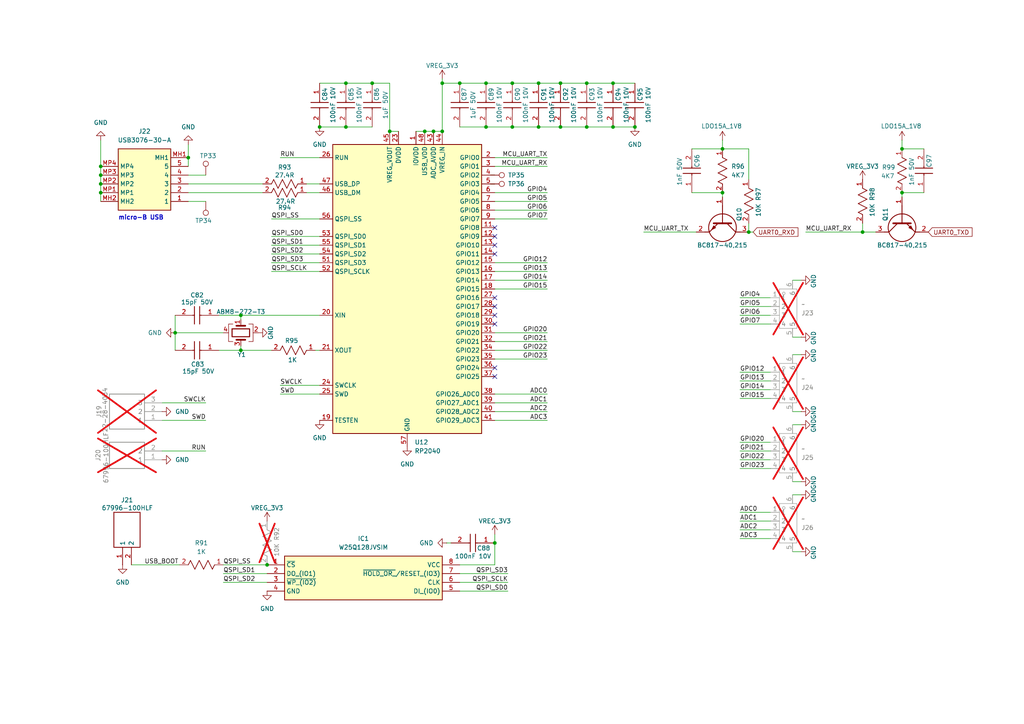
<source format=kicad_sch>
(kicad_sch (version 20250114) (generator "eeschema") (generator_version "9.0")
  (paper "A4")
  (title_block (title "MCU") (date "2025-10-10") (rev "v1.0") (company "Author: Mehmet Cihangir") (comment 1 "CamTracker"))
  (lib_symbols
    (symbol "000MCLib:1.25-4P LT"
      (property "Reference" "J" (at 0 0 0))
      (symbol "1.25-4P LT_1_0"
        (pin passive line (at -3.81 3.81 0) (length 2.54) (name "1") (number "1"))
        (pin passive line (at -3.81 1.27 0) (length 2.54) (name "2") (number "2"))
        (pin passive line (at -3.81 -1.27 0) (length 2.54) (name "3") (number "3"))
        (pin passive line (at -3.81 -3.81 0) (length 2.54) (name "4") (number "4"))
        (pin passive line (at 2.54 8.89 270) (length 2.54) (name "6") (number "6"))
        (pin passive line (at 2.54 -7.62 90) (length 2.54) (name "5") (number "5"))
      )
    )
    (symbol "000MCLib:22-28-4034"
      (property "Reference" "J" (at -0.762 9.652 0))
      (property "Value" "22-28-4034" (at -6.35 7.112 0))
      (symbol "22-28-4034_1_1"
        (pin passive line (at -10.16 2.54 0) (length 5.08) (name "1") (number "1"))
        (pin passive line (at -10.16 0 0) (length 5.08) (name "2") (number "2"))
        (pin passive line (at -10.16 -2.54 0) (length 5.08) (name "3") (number "3"))
      )
    )
    (symbol "000MCLib:67996-100HLF"
      (property "Reference" "J" (at -5.334 5.588 0))
      (property "Value" "67996-100HLF" (at -5.334 -4.572 0))
      (symbol "67996-100HLF_1_1"
        (pin passive line (at -10.16 1.27 0) (length 5.08) (name "1") (number "1"))
        (pin passive line (at -10.16 -1.27 0) (length 5.08) (name "2") (number "2"))
      )
    )
    (symbol "000MCLib:ABM8-272-T3" (pin_names (hide yes))
      (property "Reference" "Y" (at 1.524 8.636 0))
      (property "Value" "ABM8-272-T3" (at 1.524 6.096 0))
      (symbol "ABM8-272-T3_1_1"
        (pin passive line (at -3.81 0 0) (length 1.27) (name "1") (number "1"))
        (pin passive line (at 0 5.08 270) (length 1.27) (name "2") (number "2"))
        (pin passive line (at 0 -5.08 90) (length 1.27) (name "4") (number "4"))
        (pin passive line (at 3.81 0 180) (length 1.27) (name "3") (number "3"))
      )
    )
    (symbol "000MCLib:BC817-40,215" (pin_names (hide yes))
      (property "Reference" "Q" (at -0.508 5.842 0))
      (property "Value" "BC817-40,215" (at 3.048 -4.318 0))
      (symbol "BC817-40,215_1_1"
        (pin passive line (at -7.62 0 0) (length 2.54) (name "B") (number "1"))
        (pin passive line (at 2.54 7.62 270) (length 2.54) (name "C") (number "3"))
        (pin passive line (at 2.54 -7.62 90) (length 2.54) (name "E") (number "2"))
      )
    )
    (symbol "000MCLib:GRM1555C1H102JA01D" (pin_names (hide yes))
      (property "Reference" "C" (at -0.762 5.334 0))
      (property "Value" "1nF 50V" (at -5.08 -3.302 0))
      (symbol "GRM1555C1H102JA01D_1_1"
        (pin passive line (at -6.35 0 0) (length 5.08) (name "1") (number "1"))
        (pin passive line (at 6.35 0 180) (length 5.08) (name "2") (number "2"))
      )
    )
    (symbol "000MCLib:GRM1555C1H150JA01D" (pin_names (hide yes))
      (property "Reference" "C" (at -0.762 5.334 0))
      (property "Value" "15pF 50V" (at -5.08 -3.302 0))
      (symbol "GRM1555C1H150JA01D_1_1"
        (pin passive line (at -6.35 0 0) (length 5.08) (name "1") (number "1"))
        (pin passive line (at 6.35 0 180) (length 5.08) (name "2") (number "2"))
      )
    )
    (symbol "000MCLib:GRM155R61H105KE05D" (pin_names (hide yes))
      (property "Reference" "C" (at -0.762 4.572 0))
      (property "Value" "1uF 50V" (at -4.064 -2.794 0))
      (symbol "GRM155R61H105KE05D_1_1"
        (pin passive line (at -6.35 0 0) (length 5.08) (name "1") (number "1"))
        (pin passive line (at 6.35 0 180) (length 5.08) (name "2") (number "2"))
      )
    )
    (symbol "000MCLib:GRM155R71A104KA01D" (pin_names (hide yes))
      (property "Reference" "C" (at -1.016 4.318 0))
      (property "Value" "100nF 10V" (at -4.826 -3.048 0))
      (symbol "GRM155R71A104KA01D_1_1"
        (pin passive line (at -6.35 0 0) (length 5.08) (name "1") (number "1"))
        (pin passive line (at 6.35 0 180) (length 5.08) (name "2") (number "2"))
      )
    )
    (symbol "000MCLib:RC0402FR-0727R4P" (pin_names (offset 0.254))
      (property "Reference" "R" (at 0 3.302 0))
      (property "Value" "27.4R" (at 0 -3.81 0))
      (symbol "RC0402FR-0727R4P_1_1"
        (pin passive line (at -6.35 0 0) (length 2.54) (name "") (number "2"))
        (pin passive line (at 6.35 0 180) (length 2.54) (name "") (number "1"))
      )
      (symbol "RC0402FR-0727R4P_1_2"
        (pin unspecified line (at 0 12.7 270) (length 2.54) (name "") (number "1"))
        (pin unspecified line (at 0 0 90) (length 2.54) (name "") (number "2"))
      )
    )
    (symbol "000MCLib:RC0402JR-0710KL" (pin_names (offset 0.254))
      (property "Reference" "R" (at 0 3.302 0))
      (property "Value" "10K" (at 0 -3.81 0))
      (symbol "RC0402JR-0710KL_1_1"
        (pin passive line (at -6.35 0 0) (length 2.54) (name "") (number "2"))
        (pin passive line (at 6.35 0 180) (length 2.54) (name "") (number "1"))
      )
      (symbol "RC0402JR-0710KL_1_2"
        (pin unspecified line (at 0 12.7 270) (length 2.54) (name "") (number "1"))
        (pin unspecified line (at 0 0 90) (length 2.54) (name "") (number "2"))
      )
    )
    (symbol "000MCLib:RC0402JR-071KL" (pin_names (offset 0.254))
      (property "Reference" "R" (at 0 3.302 0))
      (property "Value" "1K" (at 0 -3.81 0))
      (symbol "RC0402JR-071KL_1_1"
        (pin passive line (at -6.35 0 0) (length 2.54) (name "") (number "2"))
        (pin passive line (at 6.35 0 180) (length 2.54) (name "") (number "1"))
      )
      (symbol "RC0402JR-071KL_1_2"
        (pin unspecified line (at 0 12.7 270) (length 2.54) (name "") (number "1"))
        (pin unspecified line (at 0 0 90) (length 2.54) (name "") (number "2"))
      )
    )
    (symbol "000MCLib:RC0402JR-074K7L" (pin_names (offset 0.254))
      (property "Reference" "R" (at 0 3.302 0))
      (property "Value" "4K7" (at 0 -3.81 0))
      (symbol "RC0402JR-074K7L_1_1"
        (pin passive line (at -6.35 0 0) (length 2.54) (name "") (number "2"))
        (pin passive line (at 6.35 0 180) (length 2.54) (name "") (number "1"))
      )
      (symbol "RC0402JR-074K7L_1_2"
        (pin unspecified line (at 0 12.7 270) (length 2.54) (name "") (number "1"))
        (pin unspecified line (at 0 0 90) (length 2.54) (name "") (number "2"))
      )
    )
    (symbol "000MCLib:RP2040"
      (property "Reference" "U" (at 17.78 45.72 0))
      (property "Value" "RP2040" (at 17.78 43.18 0))
      (symbol "RP2040_1_1"
        (pin input line (at -25.4 38.1 0) (length 3.81) (name "RUN") (number "26"))
        (pin bidirectional line (at -25.4 30.48 0) (length 3.81) (name "USB_DP") (number "47"))
        (pin bidirectional line (at -25.4 27.94 0) (length 3.81) (name "USB_DM") (number "46"))
        (pin bidirectional line (at -25.4 20.32 0) (length 3.81) (name "QSPI_SS") (number "56"))
        (pin bidirectional line (at -25.4 15.24 0) (length 3.81) (name "QSPI_SD0") (number "53"))
        (pin bidirectional line (at -25.4 12.7 0) (length 3.81) (name "QSPI_SD1") (number "55"))
        (pin bidirectional line (at -25.4 10.16 0) (length 3.81) (name "QSPI_SD2") (number "54"))
        (pin bidirectional line (at -25.4 7.62 0) (length 3.81) (name "QSPI_SD3") (number "51"))
        (pin output line (at -25.4 5.08 0) (length 3.81) (name "QSPI_SCLK") (number "52"))
        (pin input line (at -25.4 -7.62 0) (length 3.81) (name "XIN") (number "20"))
        (pin passive line (at -25.4 -17.78 0) (length 3.81) (name "XOUT") (number "21"))
        (pin input line (at -25.4 -27.94 0) (length 3.81) (name "SWCLK") (number "24"))
        (pin bidirectional line (at -25.4 -30.48 0) (length 3.81) (name "SWD") (number "25"))
        (pin input line (at -25.4 -38.1 0) (length 3.81) (name "TESTEN") (number "19"))
        (pin power_out line (at -5.08 45.72 270) (length 3.81) (name "VREG_VOUT") (number "45"))
        (pin power_in line (at -2.54 45.72 270) (length 3.81) (name "DVDD") (number "23"))
        (pin passive line (at -2.54 45.72 270) (length 3.81) (hide yes) (name "DVDD") (number "50"))
        (pin power_in line (at 0 -45.72 90) (length 3.81) (name "GND") (number "57"))
        (pin power_in line (at 2.54 45.72 270) (length 3.81) (name "IOVDD") (number "1"))
        (pin passive line (at 2.54 45.72 270) (length 3.81) (hide yes) (name "IOVDD") (number "10"))
        (pin passive line (at 2.54 45.72 270) (length 3.81) (hide yes) (name "IOVDD") (number "22"))
        (pin passive line (at 2.54 45.72 270) (length 3.81) (hide yes) (name "IOVDD") (number "33"))
        (pin passive line (at 2.54 45.72 270) (length 3.81) (hide yes) (name "IOVDD") (number "42"))
        (pin passive line (at 2.54 45.72 270) (length 3.81) (hide yes) (name "IOVDD") (number "49"))
        (pin power_in line (at 5.08 45.72 270) (length 3.81) (name "USB_VDD") (number "48"))
        (pin power_in line (at 7.62 45.72 270) (length 3.81) (name "ADC_AVDD") (number "43"))
        (pin power_in line (at 10.16 45.72 270) (length 3.81) (name "VREG_IN") (number "44"))
        (pin bidirectional line (at 25.4 38.1 180) (length 3.81) (name "GPIO0") (number "2"))
        (pin bidirectional line (at 25.4 35.56 180) (length 3.81) (name "GPIO1") (number "3"))
        (pin bidirectional line (at 25.4 33.02 180) (length 3.81) (name "GPIO2") (number "4"))
        (pin bidirectional line (at 25.4 30.48 180) (length 3.81) (name "GPIO3") (number "5"))
        (pin bidirectional line (at 25.4 27.94 180) (length 3.81) (name "GPIO4") (number "6"))
        (pin bidirectional line (at 25.4 25.4 180) (length 3.81) (name "GPIO5") (number "7"))
        (pin bidirectional line (at 25.4 22.86 180) (length 3.81) (name "GPIO6") (number "8"))
        (pin bidirectional line (at 25.4 20.32 180) (length 3.81) (name "GPIO7") (number "9"))
        (pin bidirectional line (at 25.4 17.78 180) (length 3.81) (name "GPIO8") (number "11"))
        (pin bidirectional line (at 25.4 15.24 180) (length 3.81) (name "GPIO9") (number "12"))
        (pin bidirectional line (at 25.4 12.7 180) (length 3.81) (name "GPIO10") (number "13"))
        (pin bidirectional line (at 25.4 10.16 180) (length 3.81) (name "GPIO11") (number "14"))
        (pin bidirectional line (at 25.4 7.62 180) (length 3.81) (name "GPIO12") (number "15"))
        (pin bidirectional line (at 25.4 5.08 180) (length 3.81) (name "GPIO13") (number "16"))
        (pin bidirectional line (at 25.4 2.54 180) (length 3.81) (name "GPIO14") (number "17"))
        (pin bidirectional line (at 25.4 0 180) (length 3.81) (name "GPIO15") (number "18"))
        (pin bidirectional line (at 25.4 -2.54 180) (length 3.81) (name "GPIO16") (number "27"))
        (pin bidirectional line (at 25.4 -5.08 180) (length 3.81) (name "GPIO17") (number "28"))
        (pin bidirectional line (at 25.4 -7.62 180) (length 3.81) (name "GPIO18") (number "29"))
        (pin bidirectional line (at 25.4 -10.16 180) (length 3.81) (name "GPIO19") (number "30"))
        (pin bidirectional line (at 25.4 -12.7 180) (length 3.81) (name "GPIO20") (number "31"))
        (pin bidirectional line (at 25.4 -15.24 180) (length 3.81) (name "GPIO21") (number "32"))
        (pin bidirectional line (at 25.4 -17.78 180) (length 3.81) (name "GPIO22") (number "34"))
        (pin bidirectional line (at 25.4 -20.32 180) (length 3.81) (name "GPIO23") (number "35"))
        (pin bidirectional line (at 25.4 -22.86 180) (length 3.81) (name "GPIO24") (number "36"))
        (pin bidirectional line (at 25.4 -25.4 180) (length 3.81) (name "GPIO25") (number "37"))
        (pin bidirectional line (at 25.4 -30.48 180) (length 3.81) (name "GPIO26_ADC0") (number "38"))
        (pin bidirectional line (at 25.4 -33.02 180) (length 3.81) (name "GPIO27_ADC1") (number "39"))
        (pin bidirectional line (at 25.4 -35.56 180) (length 3.81) (name "GPIO28_ADC2") (number "40"))
        (pin bidirectional line (at 25.4 -38.1 180) (length 3.81) (name "GPIO29_ADC3") (number "41"))
      )
    )
    (symbol "000MCLib:TestPoint" (pin_numbers (hide yes)) (pin_names (offset 0.762) (hide yes))
      (property "Reference" "TP" (at 0 6.858 0))
      (property "Value" "TestPoint" (at 0 5.08 0))
      (symbol "TestPoint_1_1"
        (pin passive line (at 0 0 90) (length 2.54) (name "1") (number "1"))
      )
    )
    (symbol "000MCLib:USB3076-30-A"
      (property "Reference" "J" (at 21.59 7.62 0))
      (property "Value" "USB3076-30-A" (at 21.59 5.08 0))
      (symbol "USB3076-30-A_1_1"
        (pin passive line (at 0 0 0) (length 5.08) (name "1") (number "1"))
        (pin passive line (at 0 -2.54 0) (length 5.08) (name "2") (number "2"))
        (pin passive line (at 0 -5.08 0) (length 5.08) (name "3") (number "3"))
        (pin passive line (at 0 -7.62 0) (length 5.08) (name "4") (number "4"))
        (pin passive line (at 0 -10.16 0) (length 5.08) (name "5") (number "5"))
        (pin passive line (at 0 -12.7 0) (length 5.08) (name "MH1") (number "MH1"))
        (pin passive line (at 25.4 0 180) (length 5.08) (name "MH2") (number "MH2"))
        (pin passive line (at 25.4 -2.54 180) (length 5.08) (name "MP1") (number "MP1"))
        (pin passive line (at 25.4 -5.08 180) (length 5.08) (name "MP2") (number "MP2"))
        (pin passive line (at 25.4 -7.62 180) (length 5.08) (name "MP3") (number "MP3"))
        (pin passive line (at 25.4 -10.16 180) (length 5.08) (name "MP4") (number "MP4"))
      )
    )
    (symbol "000MCLib:W25Q128JVSIM"
      (property "Reference" "IC" (at 52.07 7.62 0))
      (property "Value" "W25Q128JVSIM" (at 52.07 5.08 0))
      (symbol "W25Q128JVSIM_1_1"
        (pin passive line (at 0 0 0) (length 5.08) (name "~{CS}") (number "1"))
        (pin passive line (at 0 -2.54 0) (length 5.08) (name "DO_(IO1)") (number "2"))
        (pin passive line (at 0 -5.08 0) (length 5.08) (name "~{WP_(IO2)}") (number "3"))
        (pin passive line (at 0 -7.62 0) (length 5.08) (name "GND") (number "4"))
        (pin passive line (at 55.88 0 180) (length 5.08) (name "VCC") (number "8"))
        (pin passive line (at 55.88 -2.54 180) (length 5.08) (name "~{HOLD_OR_}/RESET_(IO3)") (number "7"))
        (pin passive line (at 55.88 -5.08 180) (length 5.08) (name "CLK") (number "6"))
        (pin passive line (at 55.88 -7.62 180) (length 5.08) (name "DI_(IO0)") (number "5"))
      )
    )
    (symbol "power:GND" (power) (pin_numbers (hide yes)) (pin_names (offset 0) (hide yes))
      (property "Value" "GND" (at 0 -3.81 0))
      (symbol "GND_1_1"
        (pin power_in line (at 0 0 270) (length 0) (name "~") (number "1"))
      )
    )
    (symbol "power:VDD" (power) (pin_numbers (hide yes)) (pin_names (offset 0) (hide yes))
      (property "Value" "VDD" (at 0 3.556 0))
      (symbol "VDD_1_1"
        (pin power_in line (at 0 0 90) (length 0) (name "~") (number "1"))
      )
    )
  )
  (text "micro-B USB" (at 40.894 63.246 0) (effects (font (size 1.27 1.27) (bold yes))))
  (junction (at 209.55 43.18))
  (junction (at 177.8 24.13))
  (junction (at 29.21 53.34))
  (junction (at 209.55 55.88))
  (junction (at 125.73 38.1))
  (junction (at 50.8 96.52))
  (junction (at 29.21 48.26))
  (junction (at 143.51 157.48))
  (junction (at 162.56 24.13))
  (junction (at 29.21 55.88))
  (junction (at 92.71 36.83))
  (junction (at 170.18 24.13))
  (junction (at 162.56 36.83))
  (junction (at 148.59 24.13))
  (junction (at 156.21 36.83))
  (junction (at 217.17 67.31))
  (junction (at 133.35 24.13))
  (junction (at 77.47 163.83))
  (junction (at 29.21 50.8))
  (junction (at 107.95 24.13))
  (junction (at 100.33 36.83))
  (junction (at 100.33 24.13))
  (junction (at 69.85 91.44))
  (junction (at 261.62 43.18))
  (junction (at 123.19 38.1))
  (junction (at 250.19 67.31))
  (junction (at 177.8 36.83))
  (junction (at 184.15 36.83))
  (junction (at 140.97 24.13))
  (junction (at 140.97 36.83))
  (junction (at 261.62 55.88))
  (junction (at 128.27 24.13))
  (junction (at 156.21 24.13))
  (junction (at 69.85 101.6))
  (junction (at 113.03 38.1))
  (junction (at 54.61 45.72))
  (junction (at 170.18 36.83))
  (junction (at 128.27 38.1))
  (junction (at 148.59 36.83))
  (no_connect (at 143.51 93.98))
  (no_connect (at 143.51 71.12))
  (no_connect (at 143.51 106.68))
  (no_connect (at 143.51 86.36))
  (no_connect (at 143.51 91.44))
  (no_connect (at 143.51 68.58))
  (no_connect (at 143.51 66.04))
  (no_connect (at 143.51 109.22))
  (no_connect (at 143.51 73.66))
  (no_connect (at 143.51 88.9))
  (wire (pts (xy 229.87 160.02) (xy 232.41 160.02)))
  (wire (pts (xy 143.51 63.5) (xy 158.75 63.5)))
  (wire (pts (xy 250.19 67.31) (xy 254 67.31)))
  (wire (pts (xy 133.35 166.37) (xy 147.32 166.37)))
  (wire (pts (xy 78.74 68.58) (xy 92.71 68.58)))
  (wire (pts (xy 250.19 64.77) (xy 250.19 67.31)))
  (wire (pts (xy 229.87 81.28) (xy 232.41 81.28)))
  (wire (pts (xy 200.66 43.18) (xy 209.55 43.18)))
  (wire (pts (xy 128.27 24.13) (xy 133.35 24.13)))
  (wire (pts (xy 54.61 45.72) (xy 54.61 48.26)))
  (wire (pts (xy 156.21 24.13) (xy 162.56 24.13)))
  (wire (pts (xy 143.51 104.14) (xy 158.75 104.14)))
  (wire (pts (xy 29.21 50.8) (xy 29.21 53.34)))
  (wire (pts (xy 148.59 36.83) (xy 156.21 36.83)))
  (wire (pts (xy 29.21 53.34) (xy 29.21 55.88)))
  (wire (pts (xy 140.97 24.13) (xy 148.59 24.13)))
  (wire (pts (xy 143.51 121.92) (xy 158.75 121.92)))
  (wire (pts (xy 133.35 24.13) (xy 140.97 24.13)))
  (wire (pts (xy 143.51 119.38) (xy 158.75 119.38)))
  (wire (pts (xy 214.63 153.67) (xy 223.52 153.67)))
  (wire (pts (xy 92.71 36.83) (xy 100.33 36.83)))
  (wire (pts (xy 143.51 55.88) (xy 158.75 55.88)))
  (wire (pts (xy 261.62 43.18) (xy 267.97 43.18)))
  (wire (pts (xy 50.8 96.52) (xy 50.8 101.6)))
  (wire (pts (xy 261.62 55.88) (xy 261.62 57.15)))
  (wire (pts (xy 229.87 143.51) (xy 232.41 143.51)))
  (wire (pts (xy 64.77 168.91) (xy 77.47 168.91)))
  (wire (pts (xy 214.63 86.36) (xy 223.52 86.36)))
  (wire (pts (xy 29.21 55.88) (xy 29.21 58.42)))
  (wire (pts (xy 232.41 97.79) (xy 229.87 97.79)))
  (wire (pts (xy 214.63 135.89) (xy 223.52 135.89)))
  (wire (pts (xy 140.97 36.83) (xy 148.59 36.83)))
  (wire (pts (xy 214.63 93.98) (xy 223.52 93.98)))
  (wire (pts (xy 261.62 55.88) (xy 267.97 55.88)))
  (wire (pts (xy 143.51 58.42) (xy 158.75 58.42)))
  (wire (pts (xy 229.87 123.19) (xy 232.41 123.19)))
  (wire (pts (xy 233.68 67.31) (xy 250.19 67.31)))
  (wire (pts (xy 69.85 101.6) (xy 78.74 101.6)))
  (wire (pts (xy 69.85 91.44) (xy 69.85 92.71)))
  (wire (pts (xy 107.95 24.13) (xy 113.03 24.13)))
  (wire (pts (xy 81.28 114.3) (xy 92.71 114.3)))
  (wire (pts (xy 143.51 60.96) (xy 158.75 60.96)))
  (wire (pts (xy 128.27 24.13) (xy 128.27 38.1)))
  (wire (pts (xy 29.21 48.26) (xy 29.21 50.8)))
  (wire (pts (xy 92.71 91.44) (xy 69.85 91.44)))
  (wire (pts (xy 78.74 73.66) (xy 92.71 73.66)))
  (wire (pts (xy 142.24 50.8) (xy 143.51 50.8)))
  (wire (pts (xy 100.33 24.13) (xy 107.95 24.13)))
  (wire (pts (xy 143.51 96.52) (xy 158.75 96.52)))
  (wire (pts (xy 143.51 157.48) (xy 143.51 163.83)))
  (wire (pts (xy 54.61 50.8) (xy 59.69 50.8)))
  (wire (pts (xy 29.21 40.64) (xy 29.21 48.26)))
  (wire (pts (xy 91.44 101.6) (xy 92.71 101.6)))
  (wire (pts (xy 214.63 156.21) (xy 223.52 156.21)))
  (wire (pts (xy 63.5 91.44) (xy 69.85 91.44)))
  (wire (pts (xy 59.69 58.42) (xy 54.61 58.42)))
  (wire (pts (xy 143.51 114.3) (xy 158.75 114.3)))
  (wire (pts (xy 229.87 139.7) (xy 232.41 139.7)))
  (wire (pts (xy 46.99 116.84) (xy 59.69 116.84)))
  (wire (pts (xy 214.63 91.44) (xy 223.52 91.44)))
  (wire (pts (xy 81.28 111.76) (xy 92.71 111.76)))
  (wire (pts (xy 128.27 22.86) (xy 128.27 24.13)))
  (wire (pts (xy 120.65 38.1) (xy 123.19 38.1)))
  (wire (pts (xy 143.51 45.72) (xy 158.75 45.72)))
  (wire (pts (xy 214.63 115.57) (xy 223.52 115.57)))
  (wire (pts (xy 100.33 36.83) (xy 107.95 36.83)))
  (wire (pts (xy 217.17 52.07) (xy 217.17 43.18)))
  (wire (pts (xy 63.5 101.6) (xy 69.85 101.6)))
  (wire (pts (xy 214.63 88.9) (xy 223.52 88.9)))
  (wire (pts (xy 214.63 151.13) (xy 223.52 151.13)))
  (wire (pts (xy 143.51 81.28) (xy 158.75 81.28)))
  (wire (pts (xy 162.56 36.83) (xy 170.18 36.83)))
  (wire (pts (xy 143.51 101.6) (xy 158.75 101.6)))
  (wire (pts (xy 177.8 24.13) (xy 184.15 24.13)))
  (wire (pts (xy 214.63 133.35) (xy 223.52 133.35)))
  (wire (pts (xy 214.63 148.59) (xy 223.52 148.59)))
  (wire (pts (xy 177.8 36.83) (xy 184.15 36.83)))
  (wire (pts (xy 209.55 55.88) (xy 209.55 57.15)))
  (wire (pts (xy 64.77 163.83) (xy 77.47 163.83)))
  (wire (pts (xy 143.51 48.26) (xy 158.75 48.26)))
  (wire (pts (xy 229.87 102.87) (xy 232.41 102.87)))
  (wire (pts (xy 143.51 116.84) (xy 158.75 116.84)))
  (wire (pts (xy 50.8 96.52) (xy 64.77 96.52)))
  (wire (pts (xy 217.17 43.18) (xy 209.55 43.18)))
  (wire (pts (xy 92.71 24.13) (xy 100.33 24.13)))
  (wire (pts (xy 64.77 166.37) (xy 77.47 166.37)))
  (wire (pts (xy 54.61 55.88) (xy 76.2 55.88)))
  (wire (pts (xy 143.51 78.74) (xy 158.75 78.74)))
  (wire (pts (xy 214.63 128.27) (xy 223.52 128.27)))
  (wire (pts (xy 143.51 99.06) (xy 158.75 99.06)))
  (wire (pts (xy 143.51 154.94) (xy 143.51 157.48)))
  (wire (pts (xy 162.56 24.13) (xy 170.18 24.13)))
  (wire (pts (xy 123.19 38.1) (xy 125.73 38.1)))
  (wire (pts (xy 133.35 36.83) (xy 140.97 36.83)))
  (wire (pts (xy 217.17 64.77) (xy 217.17 67.31)))
  (wire (pts (xy 156.21 36.83) (xy 162.56 36.83)))
  (wire (pts (xy 143.51 163.83) (xy 133.35 163.83)))
  (wire (pts (xy 214.63 107.95) (xy 223.52 107.95)))
  (wire (pts (xy 78.74 71.12) (xy 92.71 71.12)))
  (wire (pts (xy 214.63 113.03) (xy 223.52 113.03)))
  (wire (pts (xy 186.69 67.31) (xy 201.93 67.31)))
  (wire (pts (xy 113.03 24.13) (xy 113.03 38.1)))
  (wire (pts (xy 133.35 171.45) (xy 147.32 171.45)))
  (wire (pts (xy 54.61 53.34) (xy 76.2 53.34)))
  (wire (pts (xy 38.1 163.83) (xy 52.07 163.83)))
  (wire (pts (xy 129.54 157.48) (xy 130.81 157.48)))
  (wire (pts (xy 78.74 78.74) (xy 92.71 78.74)))
  (wire (pts (xy 170.18 36.83) (xy 177.8 36.83)))
  (wire (pts (xy 229.87 119.38) (xy 232.41 119.38)))
  (wire (pts (xy 143.51 83.82) (xy 158.75 83.82)))
  (wire (pts (xy 133.35 168.91) (xy 147.32 168.91)))
  (wire (pts (xy 50.8 91.44) (xy 50.8 96.52)))
  (wire (pts (xy 78.74 63.5) (xy 92.71 63.5)))
  (wire (pts (xy 81.28 45.72) (xy 92.71 45.72)))
  (wire (pts (xy 125.73 38.1) (xy 128.27 38.1)))
  (wire (pts (xy 88.9 55.88) (xy 92.71 55.88)))
  (wire (pts (xy 214.63 130.81) (xy 223.52 130.81)))
  (wire (pts (xy 170.18 24.13) (xy 177.8 24.13)))
  (wire (pts (xy 54.61 41.91) (xy 54.61 45.72)))
  (wire (pts (xy 88.9 53.34) (xy 92.71 53.34)))
  (wire (pts (xy 214.63 110.49) (xy 223.52 110.49)))
  (wire (pts (xy 78.74 76.2) (xy 92.71 76.2)))
  (wire (pts (xy 143.51 76.2) (xy 158.75 76.2)))
  (wire (pts (xy 46.99 121.92) (xy 59.69 121.92)))
  (wire (pts (xy 217.17 67.31) (xy 218.44 67.31)))
  (wire (pts (xy 209.55 40.64) (xy 209.55 43.18)))
  (wire (pts (xy 200.66 55.88) (xy 209.55 55.88)))
  (wire (pts (xy 113.03 38.1) (xy 115.57 38.1)))
  (wire (pts (xy 142.24 53.34) (xy 143.51 53.34)))
  (wire (pts (xy 261.62 40.64) (xy 261.62 43.18)))
  (wire (pts (xy 46.99 130.81) (xy 59.69 130.81)))
  (wire (pts (xy 148.59 24.13) (xy 156.21 24.13)))
  (wire (pts (xy 69.85 101.6) (xy 69.85 100.33)))
  (label "GPIO13" (at 214.63 110.49 0))
  (label "GPIO21" (at 214.63 130.81 0))
  (label "GPIO4" (at 214.63 86.36 0))
  (label "ADC1" (at 158.75 116.84 180))
  (label "QSPI_SCLK" (at 78.74 78.74 0))
  (label "MCU_UART_TX" (at 158.75 45.72 180))
  (label "MCU_UART_RX" (at 233.68 67.31 0))
  (label "GPIO14" (at 214.63 113.03 0))
  (label "GPIO22" (at 158.75 101.6 180))
  (label "GPIO23" (at 214.63 135.89 0))
  (label "SWD" (at 59.69 121.92 180))
  (label "GPIO12" (at 214.63 107.95 0))
  (label "GPIO20" (at 214.63 128.27 0))
  (label "GPIO12" (at 158.75 76.2 180))
  (label "QSPI_SD1" (at 78.74 71.12 0))
  (label "SWCLK" (at 59.69 116.84 180))
  (label "GPIO4" (at 158.75 55.88 180))
  (label "GPIO13" (at 158.75 78.74 180))
  (label "QSPI_SS" (at 78.74 63.5 0))
  (label "QSPI_SD0" (at 78.74 68.58 0))
  (label "ADC0" (at 214.63 148.59 0))
  (label "QSPI_SD0" (at 147.32 171.45 180))
  (label "ADC1" (at 214.63 151.13 0))
  (label "GPIO15" (at 214.63 115.57 0))
  (label "ADC3" (at 214.63 156.21 0))
  (label "SWD" (at 81.28 114.3 0))
  (label "GPIO5" (at 214.63 88.9 0))
  (label "ADC2" (at 158.75 119.38 180))
  (label "QSPI_SCLK" (at 147.32 168.91 180))
  (label "SWCLK" (at 81.28 111.76 0))
  (label "GPIO7" (at 214.63 93.98 0))
  (label "GPIO6" (at 158.75 60.96 180))
  (label "ADC2" (at 214.63 153.67 0))
  (label "GPIO23" (at 158.75 104.14 180))
  (label "ADC0" (at 158.75 114.3 180))
  (label "MCU_UART_TX" (at 186.69 67.31 0))
  (label "GPIO5" (at 158.75 58.42 180))
  (label "RUN" (at 59.69 130.81 180))
  (label "GPIO14" (at 158.75 81.28 180))
  (label "GPIO22" (at 214.63 133.35 0))
  (label "QSPI_SD3" (at 147.32 166.37 180))
  (label "QSPI_SS" (at 64.77 163.83 0))
  (label "QSPI_SD2" (at 78.74 73.66 0))
  (label "MCU_UART_RX" (at 158.75 48.26 180))
  (label "QSPI_SD2" (at 64.77 168.91 0))
  (label "QSPI_SD3" (at 78.74 76.2 0))
  (label "GPIO15" (at 158.75 83.82 180))
  (label "QSPI_SD1" (at 64.77 166.37 0))
  (label "GPIO21" (at 158.75 99.06 180))
  (label "RUN" (at 81.28 45.72 0))
  (label "GPIO6" (at 214.63 91.44 0))
  (label "GPIO7" (at 158.75 63.5 180))
  (label "ADC3" (at 158.75 121.92 180))
  (label "GPIO20" (at 158.75 96.52 180))
  (label "USB_BOOT" (at 41.91 163.83 0))
  (global_label "UART0_TXD" (shape input) (at 269.24 67.31 0) (property "Intersheetrefs" "${INTERSHEET_REFS}" (effects (hide yes))))
  (global_label "UART0_RXD" (shape input) (at 218.44 67.31 0) (property "Intersheetrefs" "${INTERSHEET_REFS}" (effects (hide yes))))
  (symbol (lib_id "power:GND") (at 232.41 97.79 90) (unit 1)
    (property "Reference" "#PWR0160" (effects (hide yes)))
    (property "Value" "GND" (at 235.966 98.044 0))
    (property "Description" "Power symbol creates a global label with name \"GND\" , ground" (effects (hide yes)))
  )
  (symbol (lib_id "000MCLib:GRM155R61H105KE05D") (at 133.35 30.48 270) (unit 1)
    (property "Reference" "C87" (at 134.62 25.4 0) (effects (justify left)))
    (property "Value" "1uF 50V" (at 137.922 26.416 0) (effects (justify left top)))
    (property "Footprint" "000MCLib:CAPC1005X55N" (effects (hide yes)))
    (property "Datasheet" "https://search.murata.co.jp/Ceramy/image/img/A01X/G101/ENG/GRM155R61H105KE05-01A.pdf" (effects (hide yes)))
    (property "Description" "Capacitor 1uF, 50V, X5R, 0402" (effects (hide yes)))
    (property "Manufacturer" "Murata Electronics" (effects (hide yes)))
    (property "Part Number" "GRM155R61H105KE05D" (effects (hide yes)))
  )
  (symbol (lib_id "power:GND") (at 46.99 119.38 90) (unit 1)
    (property "Reference" "#PWR0144" (effects (hide yes)))
    (property "Value" "GND" (at 50.8 119.3799 90) (effects (justify right)))
    (property "Description" "Power symbol creates a global label with name \"GND\" , ground" (effects (hide yes)))
  )
  (symbol (lib_id "power:GND") (at 129.54 157.48 270) (unit 1)
    (property "Reference" "#PWR0155" (effects (hide yes)))
    (property "Value" "GND" (at 125.73 157.4799 90) (effects (justify right)))
    (property "Description" "Power symbol creates a global label with name \"GND\" , ground" (effects (hide yes)))
  )
  (symbol (lib_id "000MCLib:67996-100HLF") (at 36.83 132.08 180) (unit 1) (in_bom no) (dnp yes)
    (property "Reference" "J20" (at 28.448 133.858 90) (effects (justify right)))
    (property "Value" "67996-100HLF" (at 30.734 140.208 90) (effects (justify right)))
    (property "Footprint" "000MCLib:HDRV2W67P254_2X1_254X483X858P" (effects (hide yes)))
    (property "Datasheet" "https://cdn.amphenol-cs.com/media/wysiwyg/files/drawing/67996.pdf" (effects (hide yes)))
    (property "Description" "Connector 2P 2.54mm Header" (effects (hide yes)))
    (property "Manufacturer" "Amphenol Communications Solutions" (effects (hide yes)))
    (property "Part Number" "67996-100HLF" (effects (hide yes)))
  )
  (symbol (lib_id "000MCLib:22-28-4034") (at 36.83 119.38 180) (unit 1) (in_bom no) (dnp yes)
    (property "Reference" "J19" (at 28.702 119.38 90))
    (property "Value" "22-28-4034" (at 30.48 118.872 90))
    (property "Footprint" "000MCLib:HDRV3W66P0X254_1X3_762X249X1042P" (effects (hide yes)))
    (property "Description" "Connector 3P 2.54mm Male Header" (effects (hide yes)))
    (property "Manufacturer" "Molex" (effects (hide yes)))
    (property "Part Number" "22-28-4034" (effects (hide yes)))
  )
  (symbol (lib_id "000MCLib:GRM155R71A104KA01D") (at 137.16 157.48 180) (unit 1)
    (property "Reference" "C88" (at 142.24 159.004 0) (effects (justify left)))
    (property "Value" "100nF 10V" (at 142.494 162.052 0) (effects (justify left top)))
    (property "Footprint" "000MCLib:CAPC1005X55N" (effects (hide yes)))
    (property "Datasheet" "http://www.murata.com/~/media/webrenewal/support/library/catalog/products/capacitor/mlcc/c02e.pdf" (effects (hide yes)))
    (property "Description" "Capacitor 100nF, 10V, X7R, 0402" (effects (hide yes)))
    (property "Manufacturer" "Murata Electronics" (effects (hide yes)))
    (property "Part Number" "GRM155R71A104KA01D" (effects (hide yes)))
  )
  (symbol (lib_id "000MCLib:GRM155R71A104KA01D") (at 100.33 30.48 270) (unit 1)
    (property "Reference" "C85" (at 101.854 25.4 0) (effects (justify left)))
    (property "Value" "100nF 10V" (at 104.902 25.146 0) (effects (justify left top)))
    (property "Footprint" "000MCLib:CAPC1005X55N" (effects (hide yes)))
    (property "Datasheet" "http://www.murata.com/~/media/webrenewal/support/library/catalog/products/capacitor/mlcc/c02e.pdf" (effects (hide yes)))
    (property "Description" "Capacitor 100nF, 10V, X7R, 0402" (effects (hide yes)))
    (property "Manufacturer" "Murata Electronics" (effects (hide yes)))
    (property "Part Number" "GRM155R71A104KA01D" (effects (hide yes)))
  )
  (symbol (lib_id "power:GND") (at 35.56 163.83 0) (unit 1)
    (property "Reference" "#PWR0143" (effects (hide yes)))
    (property "Value" "GND" (at 35.56 168.91 0))
    (property "Description" "Power symbol creates a global label with name \"GND\" , ground" (effects (hide yes)))
  )
  (symbol (lib_id "power:GND") (at 184.15 36.83 0) (unit 1)
    (property "Reference" "#PWR0157" (effects (hide yes)))
    (property "Value" "GND" (at 184.15 41.91 0))
    (property "Description" "Power symbol creates a global label with name \"GND\" , ground" (effects (hide yes)))
  )
  (symbol (lib_id "000MCLib:ABM8-272-T3") (at 69.85 96.52 270) (unit 1)
    (property "Reference" "Y1" (at 70.104 102.87 90))
    (property "Value" "ABM8-272-T3" (at 69.85 90.424 90))
    (property "Footprint" "000MCLib:ABM8272T3" (effects (hide yes)))
    (property "Datasheet" "https://abracon.com/datasheets/ABM8-272-T3.pdf" (effects (hide yes)))
    (property "Description" "Crystal, 12 MHz, SMD, 3.2mm x 2.5mm, 30 ppm, 10 pF, 30 ppm, ABM8 Series" (effects (hide yes)))
    (property "Manufacturer" "ABRACON" (effects (hide yes)))
    (property "Part Number" "ABM8-272-T3" (effects (hide yes)))
  )
  (symbol (lib_id "000MCLib:BC817-40,215") (at 261.62 64.77 90) (mirror x) (unit 1)
    (property "Reference" "Q11" (at 256.794 60.198 0) (effects (justify left)))
    (property "Value" "BC817-40,215" (at 268.986 71.12 90) (effects (justify left)))
    (property "Footprint" "000MCLib:BC81740215" (effects (hide yes)))
    (property "Datasheet" "https://assets.nexperia.com/documents/data-sheet/BC817_SER.pdf" (effects (hide yes)))
    (property "Description" "Transistor BJT 500 mA NPN" (effects (hide yes)))
    (property "Manufacturer" "Nexperia" (effects (hide yes)))
    (property "Part Number" "BC817-40,215" (effects (hide yes)))
  )
  (symbol (lib_id "000MCLib:RP2040") (at 118.11 83.82 0) (unit 1)
    (property "Reference" "U12" (at 120.2533 128.27 0) (effects (justify left)))
    (property "Value" "RP2040" (at 120.2533 130.81 0) (effects (justify left)))
    (property "Footprint" "000MCLib:QFN40P700X700X90-57N-D" (effects (hide yes)))
    (property "Description" "IC MCU ARM Microcontrollers - RP2040 (RP2B2)" (effects (hide yes)))
    (property "Manufacturer" "RASPBERRY-PI" (effects (hide yes)))
    (property "Part Number" "SC0914(7)" (effects (hide yes)))
  )
  (symbol (lib_id "power:GND") (at 118.11 129.54 0) (unit 1)
    (property "Reference" "#PWR0153" (effects (hide yes)))
    (property "Value" "GND" (at 118.11 134.62 0))
    (property "Description" "Power symbol creates a global label with name \"GND\" , ground" (effects (hide yes)))
  )
  (symbol (lib_id "000MCLib:GRM155R61H105KE05D") (at 107.95 30.48 270) (unit 1)
    (property "Reference" "C86" (at 109.22 25.4 0) (effects (justify left)))
    (property "Value" "1uF 50V" (at 112.522 26.416 0) (effects (justify left top)))
    (property "Footprint" "000MCLib:CAPC1005X55N" (effects (hide yes)))
    (property "Datasheet" "https://search.murata.co.jp/Ceramy/image/img/A01X/G101/ENG/GRM155R61H105KE05-01A.pdf" (effects (hide yes)))
    (property "Description" "Capacitor 1uF, 50V, X5R, 0402" (effects (hide yes)))
    (property "Manufacturer" "Murata Electronics" (effects (hide yes)))
    (property "Part Number" "GRM155R61H105KE05D" (effects (hide yes)))
  )
  (symbol (lib_id "000MCLib:W25Q128JVSIM") (at 77.47 163.83 0) (unit 1)
    (property "Reference" "IC1" (at 105.41 156.21 0))
    (property "Value" "W25Q128JVSIM" (at 105.41 158.75 0))
    (property "Footprint" "000MCLib:SOIC127P790X216-8N" (effects (hide yes)))
    (property "Datasheet" "https://www.winbond.com/hq/search-resource-file.jsp?partNo=W25Q128JVSIM&type=datasheet" (effects (hide yes)))
    (property "Description" "IC Serial Flash Memory 128M-bit  with uniform 4KB sectors and Dual/Quad SPI" (effects (hide yes)))
    (property "Manufacturer" "Winbond" (effects (hide yes)))
    (property "Part Number" "W25Q128JVSIM" (effects (hide yes)))
  )
  (symbol (lib_id "000MCLib:GRM155R71A104KA01D") (at 140.97 30.48 270) (unit 1)
    (property "Reference" "C89" (at 142.494 25.4 0) (effects (justify left)))
    (property "Value" "100nF 10V" (at 145.542 25.146 0) (effects (justify left top)))
    (property "Footprint" "000MCLib:CAPC1005X55N" (effects (hide yes)))
    (property "Datasheet" "http://www.murata.com/~/media/webrenewal/support/library/catalog/products/capacitor/mlcc/c02e.pdf" (effects (hide yes)))
    (property "Description" "Capacitor 100nF, 10V, X7R, 0402" (effects (hide yes)))
    (property "Manufacturer" "Murata Electronics" (effects (hide yes)))
    (property "Part Number" "GRM155R71A104KA01D" (effects (hide yes)))
  )
  (symbol (lib_id "000MCLib:GRM1555C1H102JA01D") (at 267.97 49.53 90) (unit 1)
    (property "Reference" "C97" (at 269.494 44.704 0) (effects (justify right)))
    (property "Value" "1nF 50V" (at 264.414 45.72 0) (effects (justify right)))
    (property "Footprint" "000MCLib:CAPC1005X55N" (effects (hide yes)))
    (property "Datasheet" "http://www.murata.com/~/media/webrenewal/support/library/catalog/products/capacitor/mlcc/c02e.pdf" (effects (hide yes)))
    (property "Description" "Capacitor 1000pF, 50V, X5R, 0402" (effects (hide yes)))
    (property "Manufacturer" "Murata Electronics" (effects (hide yes)))
    (property "Part Number" "GRM1555C1H102JA01D" (effects (hide yes)))
  )
  (symbol (lib_id "000MCLib:GRM155R71A104KA01D") (at 148.59 30.48 270) (unit 1)
    (property "Reference" "C90" (at 150.114 25.4 0) (effects (justify left)))
    (property "Value" "100nF 10V" (at 153.162 25.146 0) (effects (justify left top)))
    (property "Footprint" "000MCLib:CAPC1005X55N" (effects (hide yes)))
    (property "Datasheet" "http://www.murata.com/~/media/webrenewal/support/library/catalog/products/capacitor/mlcc/c02e.pdf" (effects (hide yes)))
    (property "Description" "Capacitor 100nF, 10V, X7R, 0402" (effects (hide yes)))
    (property "Manufacturer" "Murata Electronics" (effects (hide yes)))
    (property "Part Number" "GRM155R71A104KA01D" (effects (hide yes)))
  )
  (symbol (lib_id "000MCLib:GRM1555C1H150JA01D") (at 57.15 101.6 180) (unit 1)
    (property "Reference" "C83" (at 55.372 105.664 0) (effects (justify right)))
    (property "Value" "15pF 50V" (at 52.832 107.696 0) (effects (justify right)))
    (property "Footprint" "000MCLib:CAPC1005X55N" (effects (hide yes)))
    (property "Datasheet" "http://www.murata.com/~/media/webrenewal/support/library/catalog/products/capacitor/mlcc/c02e.pdf" (effects (hide yes)))
    (property "Description" "Capacitor 15pF, 50V, X5R, 0402" (effects (hide yes)))
    (property "Manufacturer" "Murata Electronics" (effects (hide yes)))
    (property "Part Number" "GRM1555C1H150JA01D" (effects (hide yes)))
  )
  (symbol (lib_id "000MCLib:TestPoint") (at 142.24 53.34 270) (unit 1)
    (property "Reference" "TP36" (at 147.32 53.34 90) (effects (justify left)))
    (property "Value" "TestPoint" (effects (hide yes)))
    (property "Footprint" "TestPoint:TestPoint_Pad_D1.0mm" (effects (hide yes)))
    (property "Description" "test point" (effects (hide yes)))
  )
  (symbol (lib_id "power:VDD") (at 261.62 40.64 0) (unit 1)
    (property "Reference" "#PWR0168" (effects (hide yes)))
    (property "Value" "LDO15A_1V8" (at 261.366 36.576 0))
    (property "Description" "Power symbol creates a global label with name \"VDD\"" (effects (hide yes)))
  )
  (symbol (lib_id "power:GND") (at 232.41 160.02 90) (unit 1)
    (property "Reference" "#PWR0166" (effects (hide yes)))
    (property "Value" "GND" (at 235.966 160.274 0))
    (property "Description" "Power symbol creates a global label with name \"GND\" , ground" (effects (hide yes)))
  )
  (symbol (lib_id "000MCLib:1.25-4P LT") (at 227.33 90.17 0) (unit 1) (in_bom no) (dnp yes)
    (property "Reference" "J23" (at 232.41 90.8051 0) (effects (justify left)))
    (property "Value" "~" (at 232.41 88.2651 0) (effects (justify left)))
    (property "Footprint" "000MCLib:CONN-SMD_1.25-4PLT" (effects (hide yes)))
    (property "Datasheet" "https://item.szlcsc.com/datasheet/1.25-4P%2520LT/698554.html" (effects (hide yes)))
    (property "Description" "Connector 1.25mm 4P SM" (effects (hide yes)))
    (property "Manufacturer" "SHOU HAN(首韩)" (effects (hide yes)))
    (property "Part Number" "1.25-4P LT" (effects (hide yes)))
  )
  (symbol (lib_id "power:VDD") (at 128.27 22.86 0) (unit 1)
    (property "Reference" "#PWR0154" (effects (hide yes)))
    (property "Value" "VREG_3V3" (at 128.27 19.05 0))
    (property "Description" "Power symbol creates a global label with name \"VDD\"" (effects (hide yes)))
  )
  (symbol (lib_id "000MCLib:GRM155R71A104KA01D") (at 184.15 30.48 270) (unit 1)
    (property "Reference" "C95" (at 185.674 25.4 0) (effects (justify left)))
    (property "Value" "100nF 10V" (at 188.722 25.146 0) (effects (justify left top)))
    (property "Footprint" "000MCLib:CAPC1005X55N" (effects (hide yes)))
    (property "Datasheet" "http://www.murata.com/~/media/webrenewal/support/library/catalog/products/capacitor/mlcc/c02e.pdf" (effects (hide yes)))
    (property "Description" "Capacitor 100nF, 10V, X7R, 0402" (effects (hide yes)))
    (property "Manufacturer" "Murata Electronics" (effects (hide yes)))
    (property "Part Number" "GRM155R71A104KA01D" (effects (hide yes)))
  )
  (symbol (lib_id "000MCLib:BC817-40,215") (at 209.55 64.77 270) (unit 1)
    (property "Reference" "Q10" (at 214.376 60.198 0) (effects (justify left)))
    (property "Value" "BC817-40,215" (at 202.184 71.12 90) (effects (justify left)))
    (property "Footprint" "000MCLib:BC81740215" (effects (hide yes)))
    (property "Datasheet" "https://assets.nexperia.com/documents/data-sheet/BC817_SER.pdf" (effects (hide yes)))
    (property "Description" "Transistor BJT 500 mA NPN" (effects (hide yes)))
    (property "Manufacturer" "Nexperia" (effects (hide yes)))
    (property "Part Number" "BC817-40,215" (effects (hide yes)))
  )
  (symbol (lib_id "power:VDD") (at 209.55 40.64 0) (unit 1)
    (property "Reference" "#PWR0158" (effects (hide yes)))
    (property "Value" "LDO15A_1V8" (at 209.296 36.576 0))
    (property "Description" "Power symbol creates a global label with name \"VDD\"" (effects (hide yes)))
  )
  (symbol (lib_id "power:GND") (at 232.41 139.7 90) (unit 1)
    (property "Reference" "#PWR0164" (effects (hide yes)))
    (property "Value" "GND" (at 235.966 139.954 0))
    (property "Description" "Power symbol creates a global label with name \"GND\" , ground" (effects (hide yes)))
  )
  (symbol (lib_id "power:GND") (at 74.93 96.52 90) (unit 1)
    (property "Reference" "#PWR0148" (effects (hide yes)))
    (property "Value" "GND" (at 78.486 94.488 0) (effects (justify right)))
    (property "Description" "Power symbol creates a global label with name \"GND\" , ground" (effects (hide yes)))
  )
  (symbol (lib_id "000MCLib:RC0402JR-0710KL") (at 77.47 157.48 90) (unit 1) (in_bom no) (dnp yes)
    (property "Reference" "R92" (at 80.264 152.908 0) (effects (justify right)))
    (property "Value" "10K" (at 80.264 159.512 0))
    (property "Footprint" "000MCLib:RC0402N_YAG" (effects (hide yes)))
    (property "Description" "Resistor 10K 1/16W CH0402" (effects (hide yes)))
    (property "Manufacturer" "YAGEO" (effects (hide yes)))
    (property "Part Number" "RC0402JR-0710KL" (effects (hide yes)))
  )
  (symbol (lib_id "000MCLib:1.25-4P LT") (at 227.33 111.76 0) (unit 1) (in_bom no) (dnp yes)
    (property "Reference" "J24" (at 232.41 112.3951 0) (effects (justify left)))
    (property "Value" "~" (at 232.41 109.8551 0) (effects (justify left)))
    (property "Footprint" "000MCLib:CONN-SMD_1.25-4PLT" (effects (hide yes)))
    (property "Datasheet" "https://item.szlcsc.com/datasheet/1.25-4P%2520LT/698554.html" (effects (hide yes)))
    (property "Description" "Connector 1.25mm 4P SM" (effects (hide yes)))
    (property "Manufacturer" "SHOU HAN(首韩)" (effects (hide yes)))
    (property "Part Number" "1.25-4P LT" (effects (hide yes)))
  )
  (symbol (lib_id "000MCLib:RC0402FR-0727R4P") (at 82.55 55.88 0) (unit 1)
    (property "Reference" "R94" (at 82.55 60.198 0))
    (property "Value" "27.4R" (at 82.804 58.42 0))
    (property "Footprint" "000MCLib:RC0402N_YAG" (effects (hide yes)))
    (property "Description" "Resistor 27.4R 1/16W CH0402" (effects (hide yes)))
    (property "Manufacturer" "YAGEO" (effects (hide yes)))
    (property "Part Number" "RC0402FR-0727R4P" (effects (hide yes)))
  )
  (symbol (lib_id "000MCLib:67996-100HLF") (at 36.83 153.67 90) (unit 1)
    (property "Reference" "J21" (at 35.052 145.034 90) (effects (justify right)))
    (property "Value" "67996-100HLF" (at 29.464 147.32 90) (effects (justify right)))
    (property "Footprint" "000MCLib:HDRV2W67P254_2X1_254X483X858P" (effects (hide yes)))
    (property "Datasheet" "https://cdn.amphenol-cs.com/media/wysiwyg/files/drawing/67996.pdf" (effects (hide yes)))
    (property "Description" "Connector 2P 2.54mm Header" (effects (hide yes)))
    (property "Manufacturer" "Amphenol Communications Solutions" (effects (hide yes)))
    (property "Part Number" "67996-100HLF" (effects (hide yes)))
  )
  (symbol (lib_id "power:GND") (at 232.41 123.19 90) (unit 1)
    (property "Reference" "#PWR0163" (effects (hide yes)))
    (property "Value" "GND" (at 235.966 123.444 0))
    (property "Description" "Power symbol creates a global label with name \"GND\" , ground" (effects (hide yes)))
  )
  (symbol (lib_id "000MCLib:TestPoint") (at 59.69 50.8 0) (unit 1)
    (property "Reference" "TP33" (at 57.912 45.212 0) (effects (justify left)))
    (property "Value" "TestPoint" (effects (hide yes)))
    (property "Footprint" "TestPoint:TestPoint_Pad_D1.0mm" (effects (hide yes)))
    (property "Description" "test point" (effects (hide yes)))
  )
  (symbol (lib_id "000MCLib:GRM155R71A104KA01D") (at 170.18 30.48 270) (unit 1)
    (property "Reference" "C93" (at 171.704 25.4 0) (effects (justify left)))
    (property "Value" "100nF 10V" (at 174.752 25.146 0) (effects (justify left top)))
    (property "Footprint" "000MCLib:CAPC1005X55N" (effects (hide yes)))
    (property "Datasheet" "http://www.murata.com/~/media/webrenewal/support/library/catalog/products/capacitor/mlcc/c02e.pdf" (effects (hide yes)))
    (property "Description" "Capacitor 100nF, 10V, X7R, 0402" (effects (hide yes)))
    (property "Manufacturer" "Murata Electronics" (effects (hide yes)))
    (property "Part Number" "GRM155R71A104KA01D" (effects (hide yes)))
  )
  (symbol (lib_id "000MCLib:GRM155R71A104KA01D") (at 92.71 30.48 270) (unit 1)
    (property "Reference" "C84" (at 94.234 25.4 0) (effects (justify left)))
    (property "Value" "100nF 10V" (at 97.282 25.146 0) (effects (justify left top)))
    (property "Footprint" "000MCLib:CAPC1005X55N" (effects (hide yes)))
    (property "Datasheet" "http://www.murata.com/~/media/webrenewal/support/library/catalog/products/capacitor/mlcc/c02e.pdf" (effects (hide yes)))
    (property "Description" "Capacitor 100nF, 10V, X7R, 0402" (effects (hide yes)))
    (property "Manufacturer" "Murata Electronics" (effects (hide yes)))
    (property "Part Number" "GRM155R71A104KA01D" (effects (hide yes)))
  )
  (symbol (lib_id "000MCLib:RC0402JR-071KL") (at 58.42 163.83 0) (unit 1)
    (property "Reference" "R91" (at 58.42 157.48 0))
    (property "Value" "1K" (at 58.42 160.02 0))
    (property "Footprint" "000MCLib:RC0402N_YAG" (effects (hide yes)))
    (property "Description" "Resistor 1K 1/16W CH0402" (effects (hide yes)))
    (property "Manufacturer" "YAGEO" (effects (hide yes)))
    (property "Part Number" "RC0402JR-071KL" (effects (hide yes)))
  )
  (symbol (lib_id "power:GND") (at 54.61 41.91 180) (unit 1)
    (property "Reference" "#PWR0147" (effects (hide yes)))
    (property "Value" "GND" (at 54.61 36.83 0))
    (property "Description" "Power symbol creates a global label with name \"GND\" , ground" (effects (hide yes)))
  )
  (symbol (lib_id "000MCLib:GRM1555C1H102JA01D") (at 200.66 49.53 90) (unit 1)
    (property "Reference" "C96" (at 202.184 44.704 0) (effects (justify right)))
    (property "Value" "1nF 50V" (at 197.104 45.72 0) (effects (justify right)))
    (property "Footprint" "000MCLib:CAPC1005X55N" (effects (hide yes)))
    (property "Datasheet" "http://www.murata.com/~/media/webrenewal/support/library/catalog/products/capacitor/mlcc/c02e.pdf" (effects (hide yes)))
    (property "Description" "Capacitor 1000pF, 50V, X5R, 0402" (effects (hide yes)))
    (property "Manufacturer" "Murata Electronics" (effects (hide yes)))
    (property "Part Number" "GRM1555C1H102JA01D" (effects (hide yes)))
  )
  (symbol (lib_id "power:GND") (at 50.8 96.52 270) (unit 1)
    (property "Reference" "#PWR0146" (effects (hide yes)))
    (property "Value" "GND" (at 46.99 96.5199 90) (effects (justify right)))
    (property "Description" "Power symbol creates a global label with name \"GND\" , ground" (effects (hide yes)))
  )
  (symbol (lib_id "power:GND") (at 46.99 133.35 90) (unit 1)
    (property "Reference" "#PWR0145" (effects (hide yes)))
    (property "Value" "GND" (at 50.8 133.3499 90) (effects (justify right)))
    (property "Description" "Power symbol creates a global label with name \"GND\" , ground" (effects (hide yes)))
  )
  (symbol (lib_id "power:GND") (at 29.21 40.64 180) (unit 1)
    (property "Reference" "#PWR0142" (effects (hide yes)))
    (property "Value" "GND" (at 29.21 35.56 0))
    (property "Description" "Power symbol creates a global label with name \"GND\" , ground" (effects (hide yes)))
  )
  (symbol (lib_id "power:GND") (at 232.41 119.38 90) (unit 1)
    (property "Reference" "#PWR0162" (effects (hide yes)))
    (property "Value" "GND" (at 235.966 119.634 0))
    (property "Description" "Power symbol creates a global label with name \"GND\" , ground" (effects (hide yes)))
  )
  (symbol (lib_id "000MCLib:1.25-4P LT") (at 227.33 132.08 0) (unit 1) (in_bom no) (dnp yes)
    (property "Reference" "J25" (at 232.41 132.7151 0) (effects (justify left)))
    (property "Value" "~" (at 232.41 130.1751 0) (effects (justify left)))
    (property "Footprint" "000MCLib:CONN-SMD_1.25-4PLT" (effects (hide yes)))
    (property "Datasheet" "https://item.szlcsc.com/datasheet/1.25-4P%2520LT/698554.html" (effects (hide yes)))
    (property "Description" "Connector 1.25mm 4P SM" (effects (hide yes)))
    (property "Manufacturer" "SHOU HAN(首韩)" (effects (hide yes)))
    (property "Part Number" "1.25-4P LT" (effects (hide yes)))
  )
  (symbol (lib_id "power:VDD") (at 143.51 154.94 0) (unit 1)
    (property "Reference" "#PWR0156" (effects (hide yes)))
    (property "Value" "VREG_3V3" (at 143.51 151.13 0))
    (property "Description" "Power symbol creates a global label with name \"VDD\"" (effects (hide yes)))
  )
  (symbol (lib_id "000MCLib:RC0402FR-0727R4P") (at 82.55 53.34 0) (unit 1)
    (property "Reference" "R93" (at 82.55 48.514 0))
    (property "Value" "27.4R" (at 82.55 50.8 0))
    (property "Footprint" "000MCLib:RC0402N_YAG" (effects (hide yes)))
    (property "Description" "Resistor 27.4R 1/16W CH0402" (effects (hide yes)))
    (property "Manufacturer" "YAGEO" (effects (hide yes)))
    (property "Part Number" "RC0402FR-0727R4P" (effects (hide yes)))
  )
  (symbol (lib_id "power:GND") (at 232.41 102.87 90) (unit 1)
    (property "Reference" "#PWR0161" (effects (hide yes)))
    (property "Value" "GND" (at 235.966 103.124 0))
    (property "Description" "Power symbol creates a global label with name \"GND\" , ground" (effects (hide yes)))
  )
  (symbol (lib_id "000MCLib:USB3076-30-A") (at 54.61 58.42 180) (unit 1)
    (property "Reference" "J22" (at 41.91 38.1 0))
    (property "Value" "USB3076-30-A" (at 41.91 40.64 0))
    (property "Footprint" "000MCLib:USB307630A" (effects (hide yes)))
    (property "Datasheet" "https://gct.co/connector/usb3076" (effects (hide yes)))
    (property "Description" "Connector USB - micro B USB 2.0 Receptacle Connector 5 Position Surface Mount, Right Angle; Through Hole" (effects (hide yes)))
    (property "Manufacturer" "GCT (GLOBAL CONNECTOR TECHNOLOGY)" (effects (hide yes)))
    (property "Part Number" "USB3076-30-A" (effects (hide yes)))
  )
  (symbol (lib_id "power:GND") (at 232.41 143.51 90) (unit 1)
    (property "Reference" "#PWR0165" (effects (hide yes)))
    (property "Value" "GND" (at 235.966 143.764 0))
    (property "Description" "Power symbol creates a global label with name \"GND\" , ground" (effects (hide yes)))
  )
  (symbol (lib_id "000MCLib:TestPoint") (at 59.69 58.42 180) (unit 1)
    (property "Reference" "TP34" (at 61.468 64.008 0) (effects (justify left)))
    (property "Value" "TestPoint" (effects (hide yes)))
    (property "Footprint" "TestPoint:TestPoint_Pad_D1.0mm" (effects (hide yes)))
    (property "Description" "test point" (effects (hide yes)))
  )
  (symbol (lib_id "power:GND") (at 77.47 171.45 0) (unit 1)
    (property "Reference" "#PWR0150" (effects (hide yes)))
    (property "Value" "GND" (at 77.47 176.53 0))
    (property "Description" "Power symbol creates a global label with name \"GND\" , ground" (effects (hide yes)))
  )
  (symbol (lib_id "000MCLib:RC0402JR-0710KL") (at 250.19 58.42 90) (unit 1)
    (property "Reference" "R98" (at 252.984 54.356 0) (effects (justify right)))
    (property "Value" "10K" (at 252.984 60.96 0))
    (property "Footprint" "000MCLib:RC0402N_YAG" (effects (hide yes)))
    (property "Description" "Resistor 10K 1/16W CH0402" (effects (hide yes)))
    (property "Manufacturer" "YAGEO" (effects (hide yes)))
    (property "Part Number" "RC0402JR-0710KL" (effects (hide yes)))
  )
  (symbol (lib_id "000MCLib:RC0402JR-071KL") (at 85.09 101.6 0) (unit 1)
    (property "Reference" "R95" (at 84.582 98.806 0))
    (property "Value" "1K" (at 84.836 104.394 0))
    (property "Footprint" "000MCLib:RC0402N_YAG" (effects (hide yes)))
    (property "Description" "Resistor 1K 1/16W CH0402" (effects (hide yes)))
    (property "Manufacturer" "YAGEO" (effects (hide yes)))
    (property "Part Number" "RC0402JR-071KL" (effects (hide yes)))
  )
  (symbol (lib_id "power:VDD") (at 250.19 52.07 0) (unit 1)
    (property "Reference" "#PWR0167" (effects (hide yes)))
    (property "Value" "VREG_3V3" (at 250.19 48.26 0))
    (property "Description" "Power symbol creates a global label with name \"VDD\"" (effects (hide yes)))
  )
  (symbol (lib_id "power:VDD") (at 77.47 151.13 0) (unit 1)
    (property "Reference" "#PWR0149" (effects (hide yes)))
    (property "Value" "VREG_3V3" (at 77.47 147.32 0))
    (property "Description" "Power symbol creates a global label with name \"VDD\"" (effects (hide yes)))
  )
  (symbol (lib_id "power:GND") (at 92.71 36.83 0) (unit 1)
    (property "Reference" "#PWR0151" (effects (hide yes)))
    (property "Value" "GND" (at 92.71 41.91 0))
    (property "Description" "Power symbol creates a global label with name \"GND\" , ground" (effects (hide yes)))
  )
  (symbol (lib_id "000MCLib:GRM1555C1H150JA01D") (at 57.15 91.44 180) (unit 1)
    (property "Reference" "C82" (at 57.15 85.598 0))
    (property "Value" "15pF 50V" (at 57.15 87.63 0))
    (property "Footprint" "000MCLib:CAPC1005X55N" (effects (hide yes)))
    (property "Datasheet" "http://www.murata.com/~/media/webrenewal/support/library/catalog/products/capacitor/mlcc/c02e.pdf" (effects (hide yes)))
    (property "Description" "Capacitor 15pF, 50V, X5R, 0402" (effects (hide yes)))
    (property "Manufacturer" "Murata Electronics" (effects (hide yes)))
    (property "Part Number" "GRM1555C1H150JA01D" (effects (hide yes)))
  )
  (symbol (lib_id "000MCLib:GRM155R71A104KA01D") (at 177.8 30.48 270) (unit 1)
    (property "Reference" "C94" (at 179.324 25.4 0) (effects (justify left)))
    (property "Value" "100nF 10V" (at 182.372 25.146 0) (effects (justify left top)))
    (property "Footprint" "000MCLib:CAPC1005X55N" (effects (hide yes)))
    (property "Datasheet" "http://www.murata.com/~/media/webrenewal/support/library/catalog/products/capacitor/mlcc/c02e.pdf" (effects (hide yes)))
    (property "Description" "Capacitor 100nF, 10V, X7R, 0402" (effects (hide yes)))
    (property "Manufacturer" "Murata Electronics" (effects (hide yes)))
    (property "Part Number" "GRM155R71A104KA01D" (effects (hide yes)))
  )
  (symbol (lib_id "power:GND") (at 232.41 81.28 90) (unit 1)
    (property "Reference" "#PWR0159" (effects (hide yes)))
    (property "Value" "GND" (at 235.966 81.534 0))
    (property "Description" "Power symbol creates a global label with name \"GND\" , ground" (effects (hide yes)))
  )
  (symbol (lib_id "000MCLib:GRM155R71A104KA01D") (at 156.21 30.48 270) (unit 1)
    (property "Reference" "C91" (at 157.734 25.4 0) (effects (justify left)))
    (property "Value" "100nF 10V" (at 160.782 25.146 0) (effects (justify left top)))
    (property "Footprint" "000MCLib:CAPC1005X55N" (effects (hide yes)))
    (property "Datasheet" "http://www.murata.com/~/media/webrenewal/support/library/catalog/products/capacitor/mlcc/c02e.pdf" (effects (hide yes)))
    (property "Description" "Capacitor 100nF, 10V, X7R, 0402" (effects (hide yes)))
    (property "Manufacturer" "Murata Electronics" (effects (hide yes)))
    (property "Part Number" "GRM155R71A104KA01D" (effects (hide yes)))
  )
  (symbol (lib_id "power:GND") (at 92.71 121.92 0) (unit 1)
    (property "Reference" "#PWR0152" (effects (hide yes)))
    (property "Value" "GND" (at 92.71 127 0))
    (property "Description" "Power symbol creates a global label with name \"GND\" , ground" (effects (hide yes)))
  )
  (symbol (lib_id "000MCLib:RC0402JR-0710KL") (at 217.17 58.42 90) (unit 1)
    (property "Reference" "R97" (at 219.964 54.356 0) (effects (justify right)))
    (property "Value" "10K" (at 219.964 60.96 0))
    (property "Footprint" "000MCLib:RC0402N_YAG" (effects (hide yes)))
    (property "Description" "Resistor 10K 1/16W CH0402" (effects (hide yes)))
    (property "Manufacturer" "YAGEO" (effects (hide yes)))
    (property "Part Number" "RC0402JR-0710KL" (effects (hide yes)))
  )
  (symbol (lib_id "000MCLib:1.25-4P LT") (at 227.33 152.4 0) (unit 1) (in_bom no) (dnp yes)
    (property "Reference" "J26" (at 232.41 153.0351 0) (effects (justify left)))
    (property "Value" "~" (at 232.41 150.4951 0) (effects (justify left)))
    (property "Footprint" "000MCLib:CONN-SMD_1.25-4PLT" (effects (hide yes)))
    (property "Datasheet" "https://item.szlcsc.com/datasheet/1.25-4P%2520LT/698554.html" (effects (hide yes)))
    (property "Description" "Connector 1.25mm 4P SM" (effects (hide yes)))
    (property "Manufacturer" "SHOU HAN(首韩)" (effects (hide yes)))
    (property "Part Number" "1.25-4P LT" (effects (hide yes)))
  )
  (symbol (lib_id "000MCLib:RC0402JR-074K7L") (at 209.55 49.53 90) (unit 1)
    (property "Reference" "R96" (at 212.09 48.2599 90) (effects (justify right)))
    (property "Value" "4K7" (at 212.09 50.7999 90) (effects (justify right)))
    (property "Footprint" "000MCLib:RC0402N_YAG" (effects (hide yes)))
    (property "Description" "Resistor 4K7 1/16W CH0402" (effects (hide yes)))
    (property "Manufacturer" "YAGEO" (effects (hide yes)))
    (property "Part Number" "RC0402JR-074K7L" (effects (hide yes)))
  )
  (symbol (lib_id "000MCLib:TestPoint") (at 142.24 50.8 270) (unit 1)
    (property "Reference" "TP35" (at 147.32 50.8 90) (effects (justify left)))
    (property "Value" "TestPoint" (effects (hide yes)))
    (property "Footprint" "TestPoint:TestPoint_Pad_D1.0mm" (effects (hide yes)))
    (property "Description" "test point" (effects (hide yes)))
  )
  (symbol (lib_id "000MCLib:GRM155R71A104KA01D") (at 162.56 30.48 270) (unit 1)
    (property "Reference" "C92" (at 164.084 25.4 0) (effects (justify left)))
    (property "Value" "100nF 10V" (at 167.132 25.146 0) (effects (justify left top)))
    (property "Footprint" "000MCLib:CAPC1005X55N" (effects (hide yes)))
    (property "Datasheet" "http://www.murata.com/~/media/webrenewal/support/library/catalog/products/capacitor/mlcc/c02e.pdf" (effects (hide yes)))
    (property "Description" "Capacitor 100nF, 10V, X7R, 0402" (effects (hide yes)))
    (property "Manufacturer" "Murata Electronics" (effects (hide yes)))
    (property "Part Number" "GRM155R71A104KA01D" (effects (hide yes)))
  )
  (symbol (lib_id "000MCLib:RC0402JR-074K7L") (at 261.62 49.53 90) (unit 1)
    (property "Reference" "R99" (at 255.778 48.514 90) (effects (justify right)))
    (property "Value" "4K7" (at 255.524 51.054 90) (effects (justify right)))
    (property "Footprint" "000MCLib:RC0402N_YAG" (effects (hide yes)))
    (property "Description" "Resistor 4K7 1/16W CH0402" (effects (hide yes)))
    (property "Manufacturer" "YAGEO" (effects (hide yes)))
    (property "Part Number" "RC0402JR-074K7L" (effects (hide yes)))
  )
)
</source>
